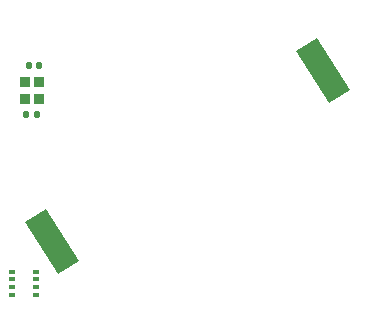
<source format=gbr>
G04 EAGLE Gerber RS-274X export*
G75*
%MOMM*%
%FSLAX34Y34*%
%LPD*%
%INSolderpaste Bottom*%
%IPPOS*%
%AMOC8*
5,1,8,0,0,1.08239X$1,22.5*%
G01*
%ADD10R,2.100000X5.200000*%
%ADD11R,0.850000X0.950000*%
%ADD12C,0.280800*%
%ADD13R,0.500000X0.350000*%


D10*
G36*
X259730Y222288D02*
X277460Y233540D01*
X305322Y189636D01*
X287592Y178384D01*
X259730Y222288D01*
G37*
G36*
X29781Y77862D02*
X47511Y89114D01*
X75373Y45210D01*
X57643Y33958D01*
X29781Y77862D01*
G37*
D11*
X41750Y196250D03*
X41750Y181750D03*
X30250Y181750D03*
X30250Y196250D03*
D12*
X31404Y212596D02*
X33996Y212596D01*
X33996Y209404D01*
X31404Y209404D01*
X31404Y212596D01*
X31404Y212072D02*
X33996Y212072D01*
X40004Y209404D02*
X42596Y209404D01*
X40004Y209404D02*
X40004Y212596D01*
X42596Y212596D01*
X42596Y209404D01*
X42596Y212072D02*
X40004Y212072D01*
X40596Y167404D02*
X38004Y167404D01*
X38004Y170596D01*
X40596Y170596D01*
X40596Y167404D01*
X40596Y170072D02*
X38004Y170072D01*
X31996Y170596D02*
X29404Y170596D01*
X31996Y170596D02*
X31996Y167404D01*
X29404Y167404D01*
X29404Y170596D01*
X29404Y170072D02*
X31996Y170072D01*
D13*
X18750Y29250D03*
X18750Y22750D03*
X18750Y16250D03*
X18750Y35750D03*
X39250Y22750D03*
X39250Y29250D03*
X39250Y35750D03*
X39250Y16250D03*
M02*

</source>
